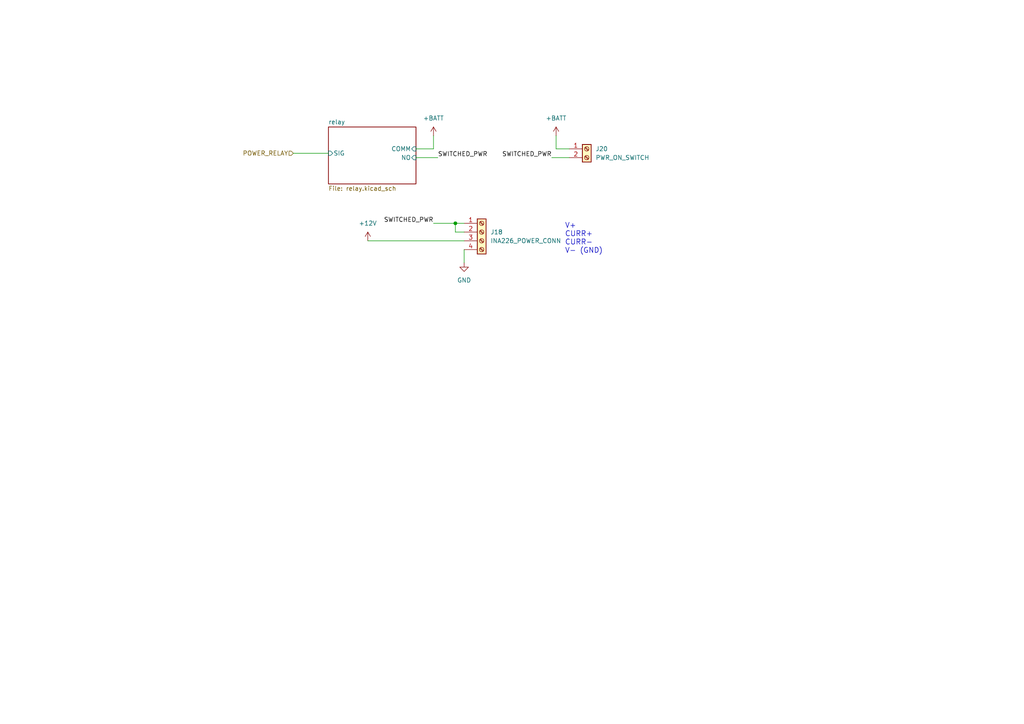
<source format=kicad_sch>
(kicad_sch (version 20230121) (generator eeschema)
  (paper "A4")
  (lib_symbols
    (symbol "Connector:Screw_Terminal_01x02" (pin_names (offset 1.016) hide)
      (property "Reference" "J" (at 0 2.54 0))
      (property "Value" "Screw_Terminal_01x02" (at 0 -5.08 0))
      (symbol "Screw_Terminal_01x02_1_1"
        (rectangle (start -1.27 1.27) (end 1.27 -3.81) (stroke (width 0.254)) (fill (type background)))
        (circle (center 0 -2.54) (radius 0.635) (stroke (width 0.1524)))
        (polyline (pts (xy -0.5334 -2.2098) (xy 0.3302 -3.048)) (stroke (width 0.1524)))
        (polyline (pts (xy -0.5334 0.3302) (xy 0.3302 -0.508)) (stroke (width 0.1524)))
        (polyline (pts (xy -0.3556 -2.032) (xy 0.508 -2.8702)) (stroke (width 0.1524)))
        (polyline (pts (xy -0.3556 0.508) (xy 0.508 -0.3302)) (stroke (width 0.1524)))
        (circle (center 0 0) (radius 0.635) (stroke (width 0.1524)))
        (pin passive line (at -5.08 0 0) (length 3.81) (name "Pin_1") (number "1"))
        (pin passive line (at -5.08 -2.54 0) (length 3.81) (name "Pin_2") (number "2"))
      )
    )
    (symbol "Connector:Screw_Terminal_01x04" (pin_names (offset 1.016) hide)
      (property "Reference" "J" (at 0 5.08 0))
      (property "Value" "Screw_Terminal_01x04" (at 0 -7.62 0))
      (symbol "Screw_Terminal_01x04_1_1"
        (rectangle (start -1.27 3.81) (end 1.27 -6.35) (stroke (width 0.254)) (fill (type background)))
        (circle (center 0 -5.08) (radius 0.635) (stroke (width 0.1524)))
        (circle (center 0 -2.54) (radius 0.635) (stroke (width 0.1524)))
        (polyline (pts (xy -0.5334 -4.7498) (xy 0.3302 -5.588)) (stroke (width 0.1524)))
        (polyline (pts (xy -0.5334 -2.2098) (xy 0.3302 -3.048)) (stroke (width 0.1524)))
        (polyline (pts (xy -0.5334 0.3302) (xy 0.3302 -0.508)) (stroke (width 0.1524)))
        (polyline (pts (xy -0.5334 2.8702) (xy 0.3302 2.032)) (stroke (width 0.1524)))
        (polyline (pts (xy -0.3556 -4.572) (xy 0.508 -5.4102)) (stroke (width 0.1524)))
        (polyline (pts (xy -0.3556 -2.032) (xy 0.508 -2.8702)) (stroke (width 0.1524)))
        (polyline (pts (xy -0.3556 0.508) (xy 0.508 -0.3302)) (stroke (width 0.1524)))
        (polyline (pts (xy -0.3556 3.048) (xy 0.508 2.2098)) (stroke (width 0.1524)))
        (circle (center 0 0) (radius 0.635) (stroke (width 0.1524)))
        (circle (center 0 2.54) (radius 0.635) (stroke (width 0.1524)))
        (pin passive line (at -5.08 2.54 0) (length 3.81) (name "Pin_1") (number "1"))
        (pin passive line (at -5.08 0 0) (length 3.81) (name "Pin_2") (number "2"))
        (pin passive line (at -5.08 -2.54 0) (length 3.81) (name "Pin_3") (number "3"))
        (pin passive line (at -5.08 -5.08 0) (length 3.81) (name "Pin_4") (number "4"))
      )
    )
    (symbol "power:+12V" (power) (pin_names (offset 0))
      (property "Value" "+12V" (at 0 3.556 0))
      (symbol "+12V_0_1"
        (polyline (pts (xy -0.762 1.27) (xy 0 2.54)))
        (polyline (pts (xy 0 0) (xy 0 2.54)))
        (polyline (pts (xy 0 2.54) (xy 0.762 1.27)))
      )
      (symbol "+12V_1_1"
        (pin power_in line (at 0 0 90) (length 0) hide (name "+12V") (number "1"))
      )
    )
    (symbol "power:+BATT" (power) (pin_names (offset 0))
      (property "Value" "+BATT" (at 0 3.556 0))
      (symbol "+BATT_0_1"
        (polyline (pts (xy -0.762 1.27) (xy 0 2.54)))
        (polyline (pts (xy 0 0) (xy 0 2.54)))
        (polyline (pts (xy 0 2.54) (xy 0.762 1.27)))
      )
      (symbol "+BATT_1_1"
        (pin power_in line (at 0 0 90) (length 0) hide (name "+BATT") (number "1"))
      )
    )
    (symbol "power:GND" (power) (pin_names (offset 0))
      (property "Value" "GND" (at 0 -3.81 0))
      (symbol "GND_0_1"
        (polyline (pts (xy 0 0) (xy 0 -1.27) (xy 1.27 -1.27) (xy 0 -2.54) (xy -1.27 -1.27) (xy 0 -1.27)))
      )
      (symbol "GND_1_1"
        (pin power_in line (at 0 0 270) (length 0) hide (name "GND") (number "1"))
      )
    )
  )
  (junction (at 132.08 64.77))
  (wire (pts (xy 85.09 44.45) (xy 95.25 44.45)))
  (wire (pts (xy 106.68 69.85) (xy 134.62 69.85)))
  (wire (pts (xy 160.02 45.72) (xy 165.1 45.72)))
  (wire (pts (xy 134.62 72.39) (xy 134.62 76.2)))
  (wire (pts (xy 132.08 64.77) (xy 132.08 67.31)))
  (wire (pts (xy 125.73 39.37) (xy 125.73 43.18)))
  (wire (pts (xy 125.73 64.77) (xy 132.08 64.77)))
  (wire (pts (xy 132.08 67.31) (xy 134.62 67.31)))
  (wire (pts (xy 120.65 45.72) (xy 127 45.72)))
  (wire (pts (xy 125.73 43.18) (xy 120.65 43.18)))
  (wire (pts (xy 161.29 39.37) (xy 161.29 43.18)))
  (wire (pts (xy 132.08 64.77) (xy 134.62 64.77)))
  (wire (pts (xy 161.29 43.18) (xy 165.1 43.18)))
  (text "V+\nCURR+\nCURR-\nV- (GND)" (at 163.83 73.66 0) (effects (font (size 1.5 1.5)) (justify left bottom)))
  (label "SWITCHED_PWR" (at 127 45.72 0))
  (label "SWITCHED_PWR" (at 160.02 45.72 180))
  (label "SWITCHED_PWR" (at 125.73 64.77 180))
  (hierarchical_label "POWER_RELAY" (shape input) (at 85.09 44.45 180))
  (symbol (lib_id "power:+BATT") (at 161.29 39.37 0) (mirror y) (unit 1)
    (property "Reference" "#PWR042" (effects hide))
    (property "Value" "+BATT" (at 161.29 34.29 0))
  )
  (symbol (lib_id "power:+BATT") (at 125.73 39.37 0) (unit 1)
    (property "Reference" "#PWR039" (effects hide))
    (property "Value" "+BATT" (at 125.73 34.29 0))
  )
  (symbol (lib_id "Connector:Screw_Terminal_01x04") (at 139.7 67.31 0) (unit 1)
    (property "Reference" "J18" (at 142.24 67.31 0) (effects (justify left)))
    (property "Value" "INA226_POWER_CONN" (at 142.24 69.85 0) (effects (justify left)))
  )
  (symbol (lib_id "power:GND") (at 134.62 76.2 0) (unit 1)
    (property "Reference" "#PWR041" (effects hide))
    (property "Value" "GND" (at 134.62 81.28 0))
  )
  (symbol (lib_id "Connector:Screw_Terminal_01x02") (at 170.18 43.18 0) (unit 1)
    (property "Reference" "J20" (at 172.72 43.18 0) (effects (justify left)))
    (property "Value" "PWR_ON_SWITCH" (at 172.72 45.72 0) (effects (justify left)))
  )
  (symbol (lib_id "power:+12V") (at 106.68 69.85 0) (unit 1)
    (property "Reference" "#PWR040" (effects hide))
    (property "Value" "+12V" (at 106.68 64.77 0))
  )
  (sheet (at 95.25 36.83) (size 25.4 16.51) (stroke (width 0.1524))
    (property "Sheetname" "relay" (at 95.25 36.1184 0) (effects (justify left bottom)))
    (property "Sheetfile" "relay.kicad_sch" (at 95.25 53.9246 0) (effects (justify left top)))
    (pin "SIG" input (at 95.25 44.45 180))
    (pin "COMM" input (at 120.65 43.18 0))
    (pin "NO" input (at 120.65 45.72 0))
  )
)
</source>
